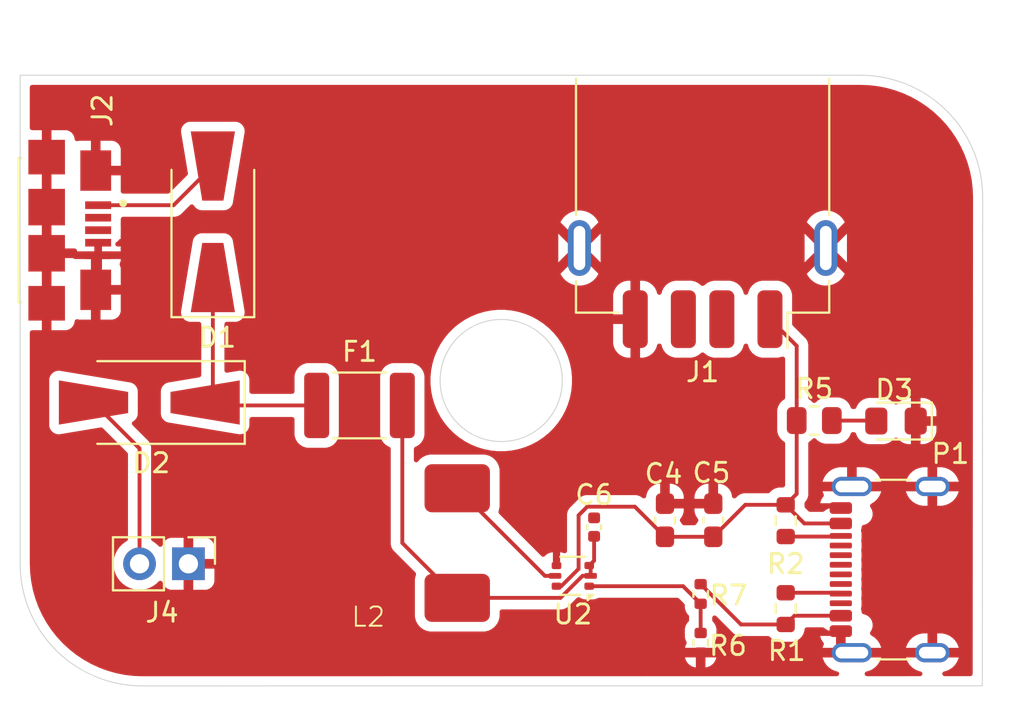
<source format=kicad_pcb>
(kicad_pcb (version 20241229) (generator "pcbnew") (generator_version "9.0")
  (layers (0 "F.Cu" signal) (2 "B.Cu" signal) (13 "F.Paste" user) (15 "B.Paste" user) (5 "F.SilkS" user "F.Silkscreen") (7 "B.SilkS" user "B.Silkscreen") (1 "F.Mask" user) (3 "B.Mask" user) (25 "Edge.Cuts" user))
  (net 0 "")
  (net 1 "+5V")
  (net 2 "GND")
  (net 3 "Net-(D1-K)")
  (net 4 "Net-(D1-A)")
  (net 5 "Net-(D2-A)")
  (net 6 "Net-(D3-A)")
  (net 7 "Net-(J1-D+)")
  (net 8 "Net-(J2-D+)")
  (net 9 "Net-(P1-D+)")
  (net 10 "Net-(P1-CC)")
  (net 11 "Net-(P1-VCONN)")
  (net 12 "Net-(U2-FB)")
  (net 13 "Net-(U2-SW)")
  (footprint "Fuse:Fuse_1812_4532Metric_Pad1.30x3.40mm_HandSolder" (layer "F.Cu") (at 116.84 70.0024 180)
    (property "Reference" "F1" (at 0 2.794 180) (layer "F.SilkS"))
    (property "Value" "Polyfuse")
    (fp_line (start -1.386252 1.71) (end 1.386252 1.71) (stroke (width 0.12)) (layer "F.SilkS"))
    (fp_line (start -1.386252 -1.71) (end 1.386252 -1.71) (stroke (width 0.12)) (layer "F.SilkS"))
    (pad "1" smd roundrect (at -2.225 0 180) (size 1.3 3.4) (layers "F.Cu" "F.Mask" "F.Paste") (roundrect_rratio 0.192308) (net 3 "Net-(D1-K)"))
    (pad "2" smd roundrect (at 2.225 0 180) (size 1.3 3.4) (layers "F.Cu" "F.Mask" "F.Paste") (roundrect_rratio 0.192308) (net 3 "Net-(D1-K)"))
  )
  (footprint "Capacitor_SMD:C_0603_1608Metric_Pad1.08x0.95mm_HandSolder" (layer "F.Cu") (at 132.715 75.9725 90)
    (property "Reference" "C4" (at 2.4141 -0.0762 180) (layer "F.SilkS"))
    (property "Value" "22uF")
    (fp_line (start -0.146267 -0.51) (end 0.146267 -0.51) (stroke (width 0.12)) (layer "F.SilkS"))
    (fp_line (start -0.146267 0.51) (end 0.146267 0.51) (stroke (width 0.12)) (layer "F.SilkS"))
    (pad "1" smd roundrect (at -0.8625 0 90) (size 1.075 0.95) (layers "F.Cu" "F.Mask" "F.Paste") (net 1 "+5V"))
    (pad "2" smd roundrect (at 0.8625 0 90) (size 1.075 0.95) (layers "F.Cu" "F.Mask" "F.Paste") (net 2 "GND"))
  )
  (footprint "Connector_USB:USB_C_Receptacle_GCT_USB4105-xx-A_16P_TopMnt_Horizontal" (layer "F.Cu") (at 145.5338 78.5388 90)
    (property "Reference" "P1" (at 6.0218 2.0148 0) (layer "F.SilkS"))
    (property "Value" "USB_C_Plug_USB2.0")
    (fp_line (start 4.67 -0.1) (end 4.67 -1.8) (stroke (width 0.12)) (layer "F.SilkS"))
    (fp_line (start -4.67 -0.1) (end -4.67 -1.8) (stroke (width 0.12)) (layer "F.SilkS"))
    (pad "" np_thru_hole circle (at -2.89 -2.605 90) (size 0.65 0.65) (drill 0.65) (layers "*.Cu" "*.Mask"))
    (pad "" np_thru_hole circle (at 2.89 -2.605 90) (size 0.65 0.65) (drill 0.65) (layers "*.Cu" "*.Mask"))
    (pad "A1" smd roundrect (at -3.2 -3.68 90) (size 0.6 1.15) (layers "F.Cu" "F.Mask" "F.Paste") (net 2 "GND"))
    (pad "A4" smd roundrect (at -2.4 -3.68 90) (size 0.6 1.15) (layers "F.Cu" "F.Mask" "F.Paste") (net 1 "+5V"))
    (pad "A5" smd roundrect (at -1.25 -3.68 90) (size 0.3 1.15) (layers "F.Cu" "F.Mask" "F.Paste") (net 10 "Net-(P1-CC)"))
    (pad "A6" smd roundrect (at -0.25 -3.68 90) (size 0.3 1.15) (layers "F.Cu" "F.Mask" "F.Paste") (net 9 "Net-(P1-D+)"))
    (pad "A7" smd roundrect (at 0.25 -3.68 90) (size 0.3 1.15) (layers "F.Cu" "F.Mask" "F.Paste") (net 9 "Net-(P1-D+)"))
    (pad "A8" smd roundrect (at 1.25 -3.68 90) (size 0.3 1.15) (layers "F.Cu" "F.Mask" "F.Paste"))
    (pad "A9" smd roundrect (at 2.4 -3.68 90) (size 0.6 1.15) (layers "F.Cu" "F.Mask" "F.Paste") (net 1 "+5V"))
    (pad "A12" smd roundrect (at 3.2 -3.68 90) (size 0.6 1.15) (layers "F.Cu" "F.Mask" "F.Paste") (net 2 "GND"))
    (pad "B1" smd roundrect (at 3.2 -3.68 90) (size 0.6 1.15) (layers "F.Cu" "F.Mask" "F.Paste") (net 2 "GND"))
    (pad "B4" smd roundrect (at 2.4 -3.68 90) (size 0.6 1.15) (layers "F.Cu" "F.Mask" "F.Paste") (net 1 "+5V"))
    (pad "B5" smd roundrect (at 1.75 -3.68 90) (size 0.3 1.15) (layers "F.Cu" "F.Mask" "F.Paste") (net 11 "Net-(P1-VCONN)"))
    (pad "B6" smd roundrect (at 0.75 -3.68 90) (size 0.3 1.15) (layers "F.Cu" "F.Mask" "F.Paste"))
    (pad "B7" smd roundrect (at -0.75 -3.68 90) (size 0.3 1.15) (layers "F.Cu" "F.Mask" "F.Paste"))
    (pad "B8" smd roundrect (at -1.75 -3.68 90) (size 0.3 1.15) (layers "F.Cu" "F.Mask" "F.Paste"))
    (pad "B9" smd roundrect (at -2.4 -3.68 90) (size 0.6 1.15) (layers "F.Cu" "F.Mask" "F.Paste") (net 1 "+5V"))
    (pad "B12" smd roundrect (at -3.2 -3.68 90) (size 0.6 1.15) (layers "F.Cu" "F.Mask" "F.Paste") (net 2 "GND"))
    (pad "S1" thru_hole oval (at -4.32 -3.105 90) (size 1 2.1) (drill oval 0.6 1.7) (property pad_prop_heatsink) (layers "*.Cu" "*.Mask" "F.Paste") (net 2 "GND"))
    (pad "S1" thru_hole oval (at -4.32 1.075 90) (size 1 1.8) (drill oval 0.6 1.4) (property pad_prop_heatsink) (layers "*.Cu" "*.Mask" "F.Paste") (net 2 "GND"))
    (pad "S1" thru_hole oval (at 4.32 -3.105 90) (size 1 2.1) (drill oval 0.6 1.7) (property pad_prop_heatsink) (layers "*.Cu" "*.Mask" "F.Paste") (net 2 "GND"))
    (pad "S1" thru_hole oval (at 4.32 1.075 90) (size 1 1.8) (drill oval 0.6 1.4) (property pad_prop_heatsink) (layers "*.Cu" "*.Mask" "F.Paste") (net 2 "GND"))
  )
  (footprint "Resistor_SMD:R_0603_1608Metric" (layer "F.Cu") (at 138.9888 80.5688 90)
    (property "Reference" "R1" (at -2.1966 0.0508 0) (layer "F.SilkS"))
    (property "Value" "22K" (hide yes))
    (fp_line (start -0.237258 -0.5225) (end 0.237258 -0.5225) (stroke (width 0.12)) (layer "F.SilkS"))
    (fp_line (start -0.237258 0.5225) (end 0.237258 0.5225) (stroke (width 0.12)) (layer "F.SilkS"))
    (pad "1" smd roundrect (at -0.825 0 90) (size 0.8 0.95) (layers "F.Cu" "F.Mask" "F.Paste") (net 1 "+5V"))
    (pad "2" smd roundrect (at 0.825 0 90) (size 0.8 0.95) (layers "F.Cu" "F.Mask" "F.Paste") (net 10 "Net-(P1-CC)"))
  )
  (footprint "Capacitor_SMD:C_0603_1608Metric_Pad1.08x0.95mm_HandSolder" (layer "F.Cu") (at 135.225 75.9725 90)
    (property "Reference" "C5" (at 2.4649 -0.097 180) (layer "F.SilkS"))
    (property "Value" "22uF")
    (fp_line (start -0.146267 -0.51) (end 0.146267 -0.51) (stroke (width 0.12)) (layer "F.SilkS"))
    (fp_line (start -0.146267 0.51) (end 0.146267 0.51) (stroke (width 0.12)) (layer "F.SilkS"))
    (pad "1" smd roundrect (at -0.8625 0 90) (size 1.075 0.95) (layers "F.Cu" "F.Mask" "F.Paste") (net 1 "+5V"))
    (pad "2" smd roundrect (at 0.8625 0 90) (size 1.075 0.95) (layers "F.Cu" "F.Mask" "F.Paste") (net 2 "GND"))
  )
  (footprint "Connector_PinHeader_2.54mm:PinHeader_1x02_P2.54mm_Vertical" (layer "F.Cu") (at 107.95 78.237672 -90)
    (property "Reference" "J4" (at 2.534328 1.3716 180) (layer "F.SilkS"))
    (property "Value" "Conn_01x02")
    (fp_line (start -1.38 3.92) (end 1.38 3.92) (stroke (width 0.12)) (layer "F.SilkS"))
    (fp_line (start -1.38 1.27) (end -1.38 3.92) (stroke (width 0.12)) (layer "F.SilkS"))
    (fp_line (start -1.38 1.27) (end 1.38 1.27) (stroke (width 0.12)) (layer "F.SilkS"))
    (fp_line (start 1.38 1.27) (end 1.38 3.92) (stroke (width 0.12)) (layer "F.SilkS"))
    (fp_line (start -1.38 0) (end -1.38 -1.38) (stroke (width 0.12)) (layer "F.SilkS"))
    (fp_line (start -1.38 -1.38) (end 0 -1.38) (stroke (width 0.12)) (layer "F.SilkS"))
    (pad "1" thru_hole rect (at 0 0 270) (size 1.7 1.7) (drill 1) (layers "*.Cu" "*.Mask") (net 2 "GND"))
    (pad "2" thru_hole circle (at 0 2.54 270) (size 1.7 1.7) (drill 1) (layers "*.Cu" "*.Mask") (net 5 "Net-(D2-A)"))
  )
  (footprint "Diode_SMD:D_SMA-SMB_Universal_Handsoldering" (layer "F.Cu") (at 109.22 60.452 90)
    (property "Reference" "D1" (at -6.0198 0.2286 0) (layer "F.SilkS"))
    (property "Value" "D_Schottky" (hide yes))
    (fp_line (start -4.96 -2.15) (end 2.7 -2.15) (stroke (width 0.12)) (layer "F.SilkS"))
    (fp_line (start -4.96 -2.15) (end -4.96 2.15) (stroke (width 0.12)) (layer "F.SilkS"))
    (fp_line (start -4.96 2.15) (end 2.7 2.15) (stroke (width 0.12)) (layer "F.SilkS"))
    (pad "1" smd trapezoid (at -2.9 0 90) (size 3.6 1.7) (rect_delta 0.6 0) (layers "F.Cu" "F.Mask" "F.Paste") (net 3 "Net-(D1-K)"))
    (pad "2" smd trapezoid (at 2.9 0 270) (size 3.6 1.7) (rect_delta 0.6 0) (layers "F.Cu" "F.Mask" "F.Paste") (net 4 "Net-(D1-A)"))
  )
  (footprint "custom:SRP6540-1R0M" (layer "F.Cu") (at 121.92 77.16 90)
    (property "Reference" "L2" (at -3.8406 -4.6228 0) (layer "F.SilkS") (effects (font (thickness 0.1))))
    (property "Value" "1 uH")
    (pad "1" smd roundrect (at -2.85 0 90) (size 2.5 3.4) (layers "F.Cu" "F.Mask" "F.Paste") (roundrect_rratio 0.15) (net 3 "Net-(D1-K)"))
    (pad "2" smd roundrect (at 2.85 0 90) (size 2.5 3.4) (layers "F.Cu" "F.Mask" "F.Paste") (roundrect_rratio 0.15) (net 13 "Net-(U2-SW)"))
  )
  (footprint "LED_SMD:LED_0805_2012Metric_Pad1.15x1.40mm_HandSolder" (layer "F.Cu") (at 144.7202 70.8152 180)
    (property "Reference" "D3" (at 0.0926 1.6256 0) (layer "F.SilkS"))
    (property "Value" "LED")
    (fp_line (start 1 -0.96) (end -1.86 -0.96) (stroke (width 0.12)) (layer "F.SilkS"))
    (fp_line (start -1.86 0.96) (end 1 0.96) (stroke (width 0.12)) (layer "F.SilkS"))
    (fp_line (start -1.86 -0.96) (end -1.86 0.96) (stroke (width 0.12)) (layer "F.SilkS"))
    (pad "1" smd roundrect (at -1.025 0 180) (size 1.15 1.4) (layers "F.Cu" "F.Mask" "F.Paste") (roundrect_rratio 0.217391) (net 2 "GND"))
    (pad "2" smd roundrect (at 1.025 0 180) (size 1.15 1.4) (layers "F.Cu" "F.Mask" "F.Paste") (roundrect_rratio 0.217391) (net 6 "Net-(D3-A)"))
  )
  (footprint "Resistor_SMD:R_0805_2012Metric" (layer "F.Cu") (at 140.473 70.7898)
    (property "Reference" "R5" (at 0 -1.65 0) (layer "F.SilkS"))
    (property "Value" "150 Ω")
    (fp_line (start -0.227064 -0.735) (end 0.227064 -0.735) (stroke (width 0.12)) (layer "F.SilkS"))
    (fp_line (start -0.227064 0.735) (end 0.227064 0.735) (stroke (width 0.12)) (layer "F.SilkS"))
    (pad "1" smd roundrect (at -0.9125 0) (size 1.025 1.4) (layers "F.Cu" "F.Mask" "F.Paste") (roundrect_rratio 0.243902) (net 1 "+5V"))
    (pad "2" smd roundrect (at 0.9125 0) (size 1.025 1.4) (layers "F.Cu" "F.Mask" "F.Paste") (roundrect_rratio 0.243902) (net 6 "Net-(D3-A)"))
  )
  (footprint "Diode_SMD:D_SMA-SMB_Universal_Handsoldering" (layer "F.Cu") (at 105.918 69.85 180)
    (property "Reference" "D2" (at -0.1016 -3.1496 180) (layer "F.SilkS"))
    (property "Value" "D_Schottky" (hide yes))
    (fp_line (start -4.96 2.15) (end 2.7 2.15) (stroke (width 0.12)) (layer "F.SilkS"))
    (fp_line (start -4.96 -2.15) (end 2.7 -2.15) (stroke (width 0.12)) (layer "F.SilkS"))
    (fp_line (start -4.96 -2.15) (end -4.96 2.15) (stroke (width 0.12)) (layer "F.SilkS"))
    (pad "1" smd trapezoid (at -2.9 0 180) (size 3.6 1.7) (rect_delta 0.6 0) (layers "F.Cu" "F.Mask" "F.Paste") (net 3 "Net-(D1-K)"))
    (pad "2" smd trapezoid (at 2.9 0) (size 3.6 1.7) (rect_delta 0.6 0) (layers "F.Cu" "F.Mask" "F.Paste") (net 5 "Net-(D2-A)"))
  )
  (footprint "Resistor_SMD:R_0402_1005Metric" (layer "F.Cu") (at 134.5692 79.8068 -90)
    (property "Reference" "R7" (at 0.0762 -1.4478 180) (layer "F.SilkS"))
    (property "Value" "732KΩ")
    (fp_line (start -0.153641 0.38) (end 0.153641 0.38) (stroke (width 0.12)) (layer "F.SilkS"))
    (fp_line (start -0.153641 -0.38) (end 0.153641 -0.38) (stroke (width 0.12)) (layer "F.SilkS"))
    (pad "1" smd roundrect (at -0.51 0 270) (size 0.54 0.64) (layers "F.Cu" "F.Mask" "F.Paste") (net 1 "+5V"))
    (pad "2" smd roundrect (at 0.51 0 270) (size 0.54 0.64) (layers "F.Cu" "F.Mask" "F.Paste") (net 12 "Net-(U2-FB)"))
  )
  (footprint "10118192_0002LF:AMPHENOL_10118192-0002LF" (layer "F.Cu") (at 103.259 60.89 -90)
    (property "Reference" "J2" (at -6.2292 -0.2206 90) (layer "F.SilkS"))
    (property "Value" "USB_B_Micro")
    (fp_line (start -3.75 4.125) (end 3.75 4.125) (stroke (width 0.127)) (layer "F.SilkS"))
    (fp_line (start 3.75 4.125) (end 3.75 4) (stroke (width 0.127)) (layer "F.SilkS"))
    (fp_line (start -3.75 4) (end -3.75 4.125) (stroke (width 0.127)) (layer "F.SilkS"))
    (fp_circle (center -1.4 -1.3) (end -1.3 -1.3) (stroke (width 0.2)) (fill no) (layer "F.SilkS"))
    (pad "1" smd rect (at -1.3 0 270) (size 0.4 1.35) (layers "F.Cu" "F.Mask" "F.Paste") (net 4 "Net-(D1-A)"))
    (pad "2" smd rect (at -0.65 0 270) (size 0.4 1.35) (layers "F.Cu" "F.Mask" "F.Paste") (net 8 "Net-(J2-D+)"))
    (pad "3" smd rect (at 0 0 270) (size 0.4 1.35) (layers "F.Cu" "F.Mask" "F.Paste") (net 8 "Net-(J2-D+)"))
    (pad "4" smd rect (at 0.65 0 270) (size 0.4 1.35) (layers "F.Cu" "F.Mask" "F.Paste") (net 2 "GND"))
    (pad "5" smd rect (at 1.3 0 270) (size 0.4 1.35) (layers "F.Cu" "F.Mask" "F.Paste") (net 2 "GND"))
    (pad "S1" smd rect (at -3.1 0.125 270) (size 2.1 1.6) (layers "F.Cu" "F.Mask" "F.Paste") (net 2 "GND"))
    (pad "S2" smd rect (at 3.1 0.125 270) (size 2.1 1.6) (layers "F.Cu" "F.Mask" "F.Paste") (net 2 "GND"))
    (pad "S3" smd rect (at -3.8 2.675 270) (size 1.8 1.9) (layers "F.Cu" "F.Mask" "F.Paste") (net 2 "GND"))
    (pad "S4" smd rect (at -1.2 2.675 270) (size 1.9 1.9) (layers "F.Cu" "F.Mask" "F.Paste") (net 2 "GND"))
    (pad "S5" smd rect (at 1.2 2.675 270) (size 1.9 1.9) (layers "F.Cu" "F.Mask" "F.Paste") (net 2 "GND"))
    (pad "S6" smd rect (at 3.8 2.675 270) (size 1.8 1.9) (layers "F.Cu" "F.Mask" "F.Paste") (net 2 "GND"))
  )
  (footprint "Resistor_SMD:R_0603_1608Metric" (layer "F.Cu") (at 138.9888 75.9968 -90)
    (property "Reference" "R2" (at 2.2474 0 180) (layer "F.SilkS"))
    (property "Value" "22K" (hide yes))
    (fp_line (start -0.237258 0.5225) (end 0.237258 0.5225) (stroke (width 0.12)) (layer "F.SilkS"))
    (fp_line (start -0.237258 -0.5225) (end 0.237258 -0.5225) (stroke (width 0.12)) (layer "F.SilkS"))
    (pad "1" smd roundrect (at -0.825 0 270) (size 0.8 0.95) (layers "F.Cu" "F.Mask" "F.Paste") (net 1 "+5V"))
    (pad "2" smd roundrect (at 0.825 0 270) (size 0.8 0.95) (layers "F.Cu" "F.Mask" "F.Paste") (net 11 "Net-(P1-VCONN)"))
  )
  (footprint "Resistor_SMD:R_0402_1005Metric" (layer "F.Cu") (at 134.5692 82.3468 -90)
    (property "Reference" "R6" (at 0.1524 -1.4224 180) (layer "F.SilkS"))
    (property "Value" "100KΩ")
    (fp_line (start -0.153641 0.38) (end 0.153641 0.38) (stroke (width 0.12)) (layer "F.SilkS"))
    (fp_line (start -0.153641 -0.38) (end 0.153641 -0.38) (stroke (width 0.12)) (layer "F.SilkS"))
    (pad "1" smd roundrect (at -0.51 0 270) (size 0.54 0.64) (layers "F.Cu" "F.Mask" "F.Paste") (net 12 "Net-(U2-FB)"))
    (pad "2" smd roundrect (at 0.51 0 270) (size 0.54 0.64) (layers "F.Cu" "F.Mask" "F.Paste") (net 2 "GND"))
  )
  (footprint "Capacitor_SMD:C_0402_1005Metric" (layer "F.Cu") (at 129.032 76.3296 90)
    (property "Reference" "C6" (at 1.6764 0 180) (layer "F.SilkS"))
    (property "Value" "10 uF")
    (fp_line (start -0.107836 -0.36) (end 0.107836 -0.36) (stroke (width 0.12)) (layer "F.SilkS"))
    (fp_line (start -0.107836 0.36) (end 0.107836 0.36) (stroke (width 0.12)) (layer "F.SilkS"))
    (pad "1" smd roundrect (at -0.48 0 90) (size 0.56 0.62) (layers "F.Cu" "F.Mask" "F.Paste") (net 3 "Net-(D1-K)"))
    (pad "2" smd roundrect (at 0.48 0 90) (size 0.56 0.62) (layers "F.Cu" "F.Mask" "F.Paste") (net 2 "GND"))
  )
  (footprint "Package_TO_SOT_SMD:SOT-666" (layer "F.Cu") (at 127.928 78.8655 180)
    (property "Reference" "U2" (at 0 -2 0) (layer "F.SilkS"))
    (property "Value" "~")
    (fp_line (start 0.65 0.99) (end -0.65 0.99) (stroke (width 0.12)) (layer "F.SilkS"))
    (fp_line (start 0.65 -0.99) (end -0.4 -0.99) (stroke (width 0.12)) (layer "F.SilkS"))
    (fp_poly (pts (xy -0.77 -0.99) (xy -1.05 -0.99) (xy -0.77 -1.27) (xy -0.77 -0.99)) (stroke (width 0.12)) (fill yes) (layer "F.SilkS"))
    (pad "1" smd roundrect (at -0.85 -0.5375 180) (size 0.5 0.375) (layers "F.Cu" "F.Mask" "F.Paste") (net 12 "Net-(U2-FB)"))
    (pad "2" smd roundrect (at -0.925 0 180) (size 0.65 0.3) (layers "F.Cu" "F.Mask" "F.Paste") (net 3 "Net-(D1-K)"))
    (pad "3" smd roundrect (at -0.85 0.5375 180) (size 0.5 0.375) (layers "F.Cu" "F.Mask" "F.Paste") (net 3 "Net-(D1-K)"))
    (pad "4" smd roundrect (at 0.85 0.5375 180) (size 0.5 0.375) (layers "F.Cu" "F.Mask" "F.Paste") (net 2 "GND"))
    (pad "5" smd roundrect (at 0.925 0 180) (size 0.65 0.3) (layers "F.Cu" "F.Mask" "F.Paste") (net 13 "Net-(U2-SW)"))
    (pad "6" smd roundrect (at 0.85 -0.5375 180) (size 0.5 0.375) (layers "F.Cu" "F.Mask" "F.Paste") (net 1 "+5V"))
  )
  (footprint "Connector_USB:USB_A_Receptacle_GCT_USB1046" (layer "F.Cu") (at 134.6708 58.2676 180)
    (property "Reference" "J1" (at 0 -10 0) (layer "F.SilkS"))
    (property "Value" "USB_A")
    (fp_line (start 6.58 -1.84) (end 6.58 5.25) (stroke (width 0.12)) (layer "F.SilkS"))
    (fp_line (start 6.58 -6.91) (end 6.58 -5.26) (stroke (width 0.12)) (layer "F.SilkS"))
    (fp_line (start 4.41 -6.91) (end 6.58 -6.91) (stroke (width 0.12)) (layer "F.SilkS"))
    (fp_line (start -4.41 -6.91) (end -4.41 -8.75) (stroke (width 0.12)) (layer "F.SilkS"))
    (fp_line (start -4.41 -6.91) (end -6.58 -6.91) (stroke (width 0.12)) (layer "F.SilkS"))
    (fp_line (start -6.58 -1.84) (end -6.58 5.25) (stroke (width 0.12)) (layer "F.SilkS"))
    (fp_line (start -6.58 -6.91) (end -6.58 -5.26) (stroke (width 0.12)) (layer "F.SilkS"))
    (pad "1" smd roundrect (at -3.5 -7.25 180) (size 1.3 3) (layers "F.Cu" "F.Mask" "F.Paste") (net 1 "+5V"))
    (pad "2" smd roundrect (at -1 -7.25 180) (size 1.3 3) (layers "F.Cu" "F.Mask" "F.Paste") (net 7 "Net-(J1-D+)"))
    (pad "3" smd roundrect (at 1 -7.25 180) (size 1.3 3) (layers "F.Cu" "F.Mask" "F.Paste") (net 7 "Net-(J1-D+)"))
    (pad "4" smd roundrect (at 3.5 -7.25 180) (size 1.3 3) (layers "F.Cu" "F.Mask" "F.Paste") (net 2 "GND"))
    (pad "5" thru_hole oval (at -6.4 -3.55 180) (size 1.2 2.9) (drill oval 0.6 2.3) (property pad_prop_heatsink) (layers "*.Cu" "*.Mask") (net 2 "GND"))
    (pad "5" thru_hole oval (at 6.4 -3.55 180) (size 1.2 2.9) (drill oval 0.6 2.3) (property pad_prop_heatsink) (layers "*.Cu" "*.Mask") (net 2 "GND"))
  )
  (gr_line (start 105.55673 84.587672) (end 149.206 84.582) (stroke (width 0.05)) (layer "Edge.Cuts"))
  (gr_circle (center 124.206 68.707) (end 127.381 68.707) (stroke (width 0.05)) (fill no) (layer "Edge.Cuts"))
  (gr_line (start 99.206 52.832) (end 142.875 52.832) (stroke (width 0.05)) (layer "Edge.Cuts"))
  (gr_arc (start 142.875 52.832) (mid 147.365128 54.691872) (end 149.225 59.182) (stroke (width 0.05)) (layer "Edge.Cuts"))
  (gr_line (start 149.225 59.182) (end 149.206 84.582) (stroke (width 0.05)) (layer "Edge.Cuts"))
  (gr_line (start 99.206728 78.2377) (end 99.206 52.832) (stroke (width 0.05)) (layer "Edge.Cuts"))
  (gr_arc (start 105.556728 84.587672) (mid 101.0666 82.7278) (end 99.206728 78.237672) (stroke (width 0.05)) (layer "Edge.Cuts"))
  (segment (start 128.67545 75.2686) (end 131.1486 75.2686) (width 0.2) (layer "F.Cu") (net 1))
  (segment (start 138.9888 75.1718) (end 139.9558 76.1388) (width 0.2) (layer "F.Cu") (net 1))
  (segment (start 127.324324 79.403) (end 128.227 78.500324) (width 0.2) (layer "F.Cu") (net 1))
  (segment (start 139.5605 66.9073) (end 138.1708 65.5176) (width 0.2) (layer "F.Cu") (net 1))
  (segment (start 128.227 75.71705) (end 128.67545 75.2686) (width 0.2) (layer "F.Cu") (net 1))
  (segment (start 131.1486 75.2686) (end 132.715 76.835) (width 0.2) (layer "F.Cu") (net 1))
  (segment (start 139.4438 80.9388) (end 141.8538 80.9388) (width 0.2) (layer "F.Cu") (net 1))
  (segment (start 138.9888 81.3938) (end 139.4438 80.9388) (width 0.2) (layer "F.Cu") (net 1))
  (segment (start 138.9888 81.3938) (end 136.6662 81.3938) (width 0.2) (layer "F.Cu") (net 1))
  (segment (start 139.9558 76.1388) (end 141.8538 76.1388) (width 0.2) (layer "F.Cu") (net 1))
  (segment (start 139.5605 70.7898) (end 139.5605 66.9073) (width 0.2) (layer "F.Cu") (net 1))
  (segment (start 136.8882 75.1718) (end 135.225 76.835) (width 0.2) (layer "F.Cu") (net 1))
  (segment (start 138.9888 75.1718) (end 136.8882 75.1718) (width 0.2) (layer "F.Cu") (net 1))
  (segment (start 135.225 76.835) (end 132.715 76.835) (width 0.2) (layer "F.Cu") (net 1))
  (segment (start 128.227 78.500324) (end 128.227 75.71705) (width 0.2) (layer "F.Cu") (net 1))
  (segment (start 136.6662 81.3938) (end 134.5692 79.2968) (width 0.2) (layer "F.Cu") (net 1))
  (segment (start 139.5605 74.6001) (end 138.9888 75.1718) (width 0.2) (layer "F.Cu") (net 1))
  (segment (start 127.078 79.403) (end 127.324324 79.403) (width 0.2) (layer "F.Cu") (net 1))
  (segment (start 139.5605 70.7898) (end 139.5605 74.6001) (width 0.2) (layer "F.Cu") (net 1))
  (segment (start 109.22 63.352) (end 109.22 69.448) (width 0.2) (layer "F.Cu") (net 3))
  (segment (start 109.22 69.448) (end 108.818 69.85) (width 0.2) (layer "F.Cu") (net 3))
  (segment (start 129.032 76.8096) (end 129.032 78.074) (width 0.2) (layer "F.Cu") (net 3))
  (segment (start 127.284424 80.01) (end 128.428924 78.8655) (width 0.2) (layer "F.Cu") (net 3))
  (segment (start 128.853 78.8655) (end 128.853 78.403) (width 0.2) (layer "F.Cu") (net 3))
  (segment (start 129.032 78.074) (end 128.778 78.328) (width 0.2) (layer "F.Cu") (net 3))
  (segment (start 128.853 78.403) (end 128.778 78.328) (width 0.2) (layer "F.Cu") (net 3))
  (segment (start 119.065 70.0024) (end 119.065 77.155) (width 0.2) (layer "F.Cu") (net 3))
  (segment (start 108.9704 70.0024) (end 108.818 69.85) (width 0.2) (layer "F.Cu") (net 3))
  (segment (start 121.92 80.01) (end 127.284424 80.01) (width 0.2) (layer "F.Cu") (net 3))
  (segment (start 119.065 77.155) (end 121.92 80.01) (width 0.2) (layer "F.Cu") (net 3))
  (segment (start 114.615 70.0024) (end 108.9704 70.0024) (width 0.2) (layer "F.Cu") (net 3))
  (segment (start 128.428924 78.8655) (end 128.853 78.8655) (width 0.2) (layer "F.Cu") (net 3))
  (segment (start 107.182 59.59) (end 103.259 59.59) (width 0.2) (layer "F.Cu") (net 4))
  (segment (start 109.22 57.552) (end 107.182 59.59) (width 0.2) (layer "F.Cu") (net 4))
  (segment (start 103.018 69.85) (end 105.41 72.242) (width 0.2) (layer "F.Cu") (net 5))
  (segment (start 105.41 72.242) (end 105.41 78.237672) (width 0.2) (layer "F.Cu") (net 5))
  (segment (start 141.3855 70.7898) (end 143.6698 70.7898) (width 0.2) (layer "F.Cu") (net 6))
  (segment (start 143.6698 70.7898) (end 143.6952 70.8152) (width 0.2) (layer "F.Cu") (net 6))
  (segment (start 138.9888 79.7438) (end 141.8088 79.7438) (width 0.2) (layer "F.Cu") (net 10))
  (segment (start 141.8088 79.7438) (end 141.8538 79.7888) (width 0.2) (layer "F.Cu") (net 10))
  (segment (start 138.9888 76.8218) (end 141.8208 76.8218) (width 0.2) (layer "F.Cu") (net 11))
  (segment (start 141.8208 76.8218) (end 141.8538 76.7888) (width 0.2) (layer "F.Cu") (net 11))
  (segment (start 134.5692 81.8368) (end 134.5692 80.3168) (width 0.2) (layer "F.Cu") (net 12))
  (segment (start 133.6554 79.403) (end 134.5692 80.3168) (width 0.2) (layer "F.Cu") (net 12))
  (segment (start 128.778 79.403) (end 133.6554 79.403) (width 0.2) (layer "F.Cu") (net 12))
  (segment (start 121.92 74.31) (end 126.4755 78.8655) (width 0.2) (layer "F.Cu") (net 13))
  (segment (start 126.4755 78.8655) (end 127.003 78.8655) (width 0.2) (layer "F.Cu") (net 13))
  (zone (net 2) (net_name "GND") (layer "F.Cu") (connect_pads (clearance 0.5)) (min_thickness 0.25) (fill yes (thermal_gap 0.5) (thermal_bridge_width 0.5))
    (polygon (pts (xy 99.2124 52.832) (xy 99.187 84.5312) (xy 149.225 84.6328) (xy 149.4028 52.324) (xy 99.2124 52.8066)))
  )
)
</source>
